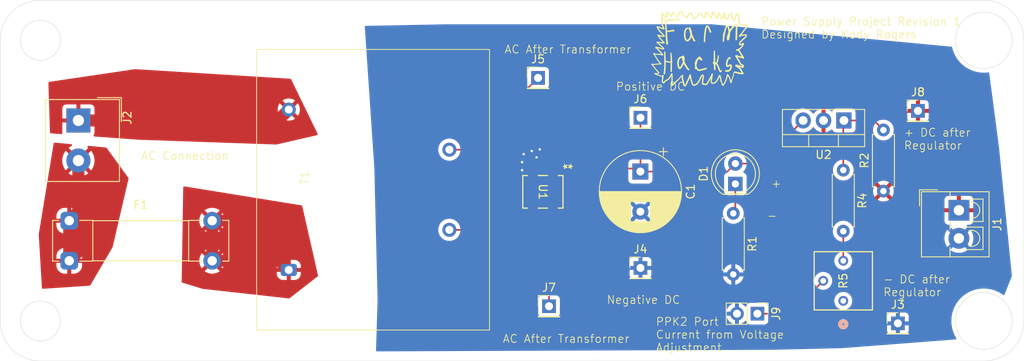
<source format=kicad_pcb>
(kicad_pcb (version 20240108) (generator "pcbnew") (generator_version "8.0")
  (layers (0 "F.Cu" signal) (31 "B.Cu" signal) (34 "B.Paste" user) (35 "F.Paste" user) (36 "B.SilkS" user "B.Silkscreen") (37 "F.SilkS" user "F.Silkscreen") (38 "B.Mask" user) (39 "F.Mask" user) (44 "Edge.Cuts" user))
  (net 0 "")
  (net 1 "GND")
  (net 2 "Net-(D1-A)")
  (net 3 "Net-(D1-K)")
  (net 4 "Net-(J5-Pin_1)")
  (net 5 "Net-(J7-Pin_1)")
  (net 6 "VAC")
  (net 7 "AC_2")
  (net 8 "Power_output")
  (net 9 "Net-(U2-ADJ)")
  (net 10 "Net-(R4-Pad2)")
  (net 11 "Net-(J9-Pin_1)")
  (net 13 "AC_3")
  (footprint "Resistor_THT:R_Axial_DIN0207_L6.3mm_D2.5mm_P7.62mm_Horizontal" (layer "F.Cu") (at 180 71.19 -90)
    (property "Reference" "R4" (at 3.81 -2.37 90) (layer "F.SilkS"))
    (property "Value" "2.2k")
    (pad "1" thru_hole circle (at 0 0 270) (size 1.6 1.6) (drill 0.8) (layers "*.Cu" "*.Mask") (net 9 "Net-(U2-ADJ)"))
    (pad "2" thru_hole oval (at 7.62 0 270) (size 1.6 1.6) (drill 0.8) (layers "*.Cu" "*.Mask") (net 10 "Net-(R4-Pad2)"))
  )
  (footprint "mb10s_rectifier:TO-269AA_3P8X4P75_DIO-L" (layer "F.Cu") (at 142.59 73.9 -90)
    (property "Reference" "U1" (at 0 0 -90) (layer "F.SilkS"))
    (property "Value" "MB10S-13")
    (fp_text user "*" (at -3.1623 -3.1042 -90) (layer "F.SilkS"))
    (fp_text user "*" (at -3.1623 -3.1042 90) (layer "F.SilkS"))
    (pad "1" smd rect (at -2.9083 -1.25 270) (size 1.4986 0.7112) (layers "F.Cu" "F.Paste" "F.Mask") (net 2 "Net-(D1-A)"))
    (pad "2" smd rect (at 2.9083 -1.25 270) (size 1.4986 0.7112) (layers "F.Cu" "F.Paste" "F.Mask") (net 4 "Net-(J5-Pin_1)"))
    (pad "3" smd rect (at -2.9083 1.25 270) (size 1.4986 0.7112) (layers "F.Cu" "F.Paste" "F.Mask") (net 1 "GND"))
    (pad "4" smd rect (at 2.9083 1.25 270) (size 1.4986 0.7112) (layers "F.Cu" "F.Paste" "F.Mask") (net 5 "Net-(J7-Pin_1)"))
  )
  (footprint "Package_TO_SOT_THT:TO-220-3_Vertical" (layer "F.Cu") (at 180.08 65 180)
    (property "Reference" "U2" (at 2.54 -4.27 0) (layer "F.SilkS"))
    (property "Value" "LM317_TO-220")
    (pad "1" thru_hole rect (at 0 0 180) (size 1.905 2) (drill 1.1) (layers "*.Cu" "*.Mask") (net 9 "Net-(U2-ADJ)"))
    (pad "2" thru_hole oval (at 2.54 0 180) (size 1.905 2) (drill 1.1) (layers "*.Cu" "*.Mask") (net 8 "Power_output"))
    (pad "3" thru_hole oval (at 5.08 0 180) (size 1.905 2) (drill 1.1) (layers "*.Cu" "*.Mask") (net 2 "Net-(D1-A)"))
  )
  (footprint "kody_custom:BV301S10010 Transformer" (layer "F.Cu") (at 105.94 71.14 90)
    (property "Reference" "T1" (at -1 7 90) (layer "F.SilkS") (effects (font (thickness 0.1))))
    (property "Value" "Transformer_1P_1S")
    (pad "1" thru_hole roundrect (at -12.5 5 90) (size 1.5 2) (drill 1) (layers "*.Cu" "*.Mask") (roundrect_rratio 0.2083333333) (net 13 "AC_3"))
    (pad "2" thru_hole circle (at 7.5 5 90) (size 1.75 1.75) (drill 1) (layers "*.Cu" "*.Mask") (net 7 "AC_2"))
    (pad "3" thru_hole circle (at -7.5 25 90) (size 1.75 1.75) (drill 1) (layers "*.Cu" "*.Mask") (net 5 "Net-(J7-Pin_1)"))
    (pad "4" thru_hole circle (at 2.5 25 90) (size 1.75 1.75) (drill 1) (layers "*.Cu" "*.Mask") (net 4 "Net-(J5-Pin_1)"))
  )
  (footprint "Connector_PinHeader_2.54mm:PinHeader_1x02_P2.54mm_Vertical" (layer "F.Cu") (at 169.3 89.1 -90)
    (property "Reference" "J9" (at 0 -2.33 90) (layer "F.SilkS"))
    (property "Value" "Conn_01x02_Pin" (hide yes))
    (pad "1" thru_hole rect (at 0 0 270) (size 1.7 1.7) (drill 1) (layers "*.Cu" "*.Mask") (net 11 "Net-(J9-Pin_1)"))
    (pad "2" thru_hole oval (at 0 2.54 270) (size 1.7 1.7) (drill 1) (layers "*.Cu" "*.Mask") (net 1 "GND"))
  )
  (footprint "Connector_PinHeader_2.54mm:PinHeader_1x01_P2.54mm_Vertical" (layer "F.Cu") (at 141.99 59.69)
    (property "Reference" "J5" (at 0 -2.33 0) (layer "F.SilkS"))
    (property "Value" "Conn_01x01_Pin")
    (pad "1" thru_hole rect (at 0 0) (size 1.7 1.7) (drill 1) (layers "*.Cu" "*.Mask") (net 4 "Net-(J5-Pin_1)"))
  )
  (footprint "Connector_PinHeader_2.54mm:PinHeader_1x01_P2.54mm_Vertical" (layer "F.Cu") (at 186.8 90.3)
    (property "Reference" "J3" (at 0 -2.33 0) (layer "F.SilkS"))
    (property "Value" "Conn_01x01_Pin" (hide yes))
    (pad "1" thru_hole rect (at 0 0) (size 1.7 1.7) (drill 1) (layers "*.Cu" "*.Mask") (net 1 "GND"))
  )
  (footprint "Capacitor_THT:CP_Radial_D10.0mm_P5.00mm" (layer "F.Cu") (at 154.73 71.37 -90)
    (property "Reference" "C1" (at 2.5 -6.25 90) (layer "F.SilkS"))
    (property "Value" "1000uF")
    (pad "1" thru_hole rect (at 0 0 270) (size 2 2) (drill 1) (layers "*.Cu" "*.Mask") (net 2 "Net-(D1-A)"))
    (pad "2" thru_hole circle (at 5 0 270) (size 2 2) (drill 1) (layers "*.Cu" "*.Mask") (net 1 "GND"))
  )
  (footprint "kicad_libraries:farm_hacks" (layer "F.Cu") (at 162.425 56.6)
    (property "Reference" "G***" (hide yes))
    (property "Value" "LOGO" (hide yes))
  )
  (footprint "Connector_PinHeader_2.54mm:PinHeader_1x01_P2.54mm_Vertical" (layer "F.Cu") (at 154.74 64.66)
    (property "Reference" "J6" (at 0 -2.33 0) (layer "F.SilkS"))
    (property "Value" "Conn_01x01_Pin")
    (pad "1" thru_hole rect (at 0 0) (size 1.7 1.7) (drill 1) (layers "*.Cu" "*.Mask") (net 2 "Net-(D1-A)"))
  )
  (footprint "Connector_PinHeader_2.54mm:PinHeader_1x01_P2.54mm_Vertical" (layer "F.Cu") (at 189.3 63.8)
    (property "Reference" "J8" (at 0 -2.33 0) (layer "F.SilkS"))
    (property "Value" "Conn_01x01_Pin" (hide yes))
    (pad "1" thru_hole rect (at 0 0) (size 1.7 1.7) (drill 1) (layers "*.Cu" "*.Mask") (net 8 "Power_output"))
  )
  (footprint "LED_THT:LED_D5.0mm" (layer "F.Cu") (at 166.56 72.915 90)
    (property "Reference" "D1" (at 1.27 -3.96 90) (layer "F.SilkS"))
    (property "Value" "LED")
    (pad "1" thru_hole rect (at 0 0 90) (size 1.8 1.8) (drill 0.9) (layers "*.Cu" "*.Mask") (net 3 "Net-(D1-K)"))
    (pad "2" thru_hole circle (at 2.54 0 90) (size 1.8 1.8) (drill 0.9) (layers "*.Cu" "*.Mask") (net 2 "Net-(D1-A)"))
  )
  (footprint "Connector_PinHeader_2.54mm:PinHeader_1x01_P2.54mm_Vertical" (layer "F.Cu") (at 143.35 88.17)
    (property "Reference" "J7" (at 0 -2.33 0) (layer "F.SilkS"))
    (property "Value" "Conn_01x01_Pin")
    (pad "1" thru_hole rect (at 0 0) (size 1.7 1.7) (drill 1) (layers "*.Cu" "*.Mask") (net 5 "Net-(J7-Pin_1)"))
  )
  (footprint "TerminalBlock_Altech:Altech_AK100_1x02_P5.00mm" (layer "F.Cu") (at 84.74 65 -90)
    (property "Reference" "J2" (at -0.35 -6.09 90) (layer "F.SilkS"))
    (property "Value" "Screw_Terminal_01x02")
    (pad "1" thru_hole rect (at 0 0 270) (size 3 3) (drill 1.4) (layers "*.Cu" "*.Mask") (net 7 "AC_2"))
    (pad "2" thru_hole circle (at 5 0 270) (size 3 3) (drill 1.4) (layers "*.Cu" "*.Mask") (net 6 "VAC"))
  )
  (footprint "Fuse:Fuseholder_Clip-5x20mm_Bel_FC-203-22_Lateral_P17.80x5.00mm_D1.17mm_Horizontal" (layer "F.Cu") (at 83.6 77.5)
    (property "Reference" "F1" (at 8.9 -2 0) (layer "F.SilkS"))
    (property "Value" "Fuse")
    (pad "1" thru_hole roundrect (at 0 0) (size 2.2 2.2) (drill 1.17) (layers "*.Cu" "*.Mask") (net 6 "VAC"))
    (pad "1" thru_hole roundrect (at 0 5) (size 2.2 2.2) (drill 1.17) (layers "*.Cu" "*.Mask") (net 6 "VAC"))
    (pad "2" thru_hole circle (at 17.8 0) (size 2.2 2.2) (drill 1.17) (layers "*.Cu" "*.Mask") (net 13 "AC_3"))
    (pad "2" thru_hole circle (at 17.8 5) (size 2.2 2.2) (drill 1.17) (layers "*.Cu" "*.Mask") (net 13 "AC_3"))
  )
  (footprint "Resistor_THT:R_Axial_DIN0207_L6.3mm_D2.5mm_P7.62mm_Horizontal" (layer "F.Cu") (at 166.3 76.58 -90)
    (property "Reference" "R1" (at 3.81 -2.37 -90) (layer "F.SilkS"))
    (property "Value" "3.6k")
    (pad "1" thru_hole circle (at 0 0 270) (size 1.6 1.6) (drill 0.8) (layers "*.Cu" "*.Mask") (net 3 "Net-(D1-K)"))
    (pad "2" thru_hole oval (at 7.62 0 270) (size 1.6 1.6) (drill 0.8) (layers "*.Cu" "*.Mask") (net 1 "GND"))
  )
  (footprint "kody_custom:POT_CT-6EP103_NDC" (layer "F.Cu") (at 180 87.5 90)
    (property "Reference" "R5" (at 2.5 0 90) (layer "F.SilkS"))
    (property "Value" "CT-6EP103")
    (pad "1" thru_hole circle (at 0 0 90) (size 1.2192 1.2192) (drill 0.7112) (layers "*.Cu" "*.Mask"))
    (pad "2" thru_hole circle (at 2.5 -2.5 90) (size 1.2192 1.2192) (drill 0.7112) (layers "*.Cu" "*.Mask") (net 11 "Net-(J9-Pin_1)"))
    (pad "3" thru_hole circle (at 5 0 90) (size 1.2192 1.2192) (drill 0.7112) (layers "*.Cu" "*.Mask") (net 10 "Net-(R4-Pad2)"))
  )
  (footprint "Resistor_THT:R_Axial_DIN0207_L6.3mm_D2.5mm_P7.62mm_Horizontal" (layer "F.Cu") (at 185 73.81 90)
    (property "Reference" "R2" (at 3.81 -2.37 90) (layer "F.SilkS"))
    (property "Value" "2k")
    (pad "1" thru_hole circle (at 0 0 90) (size 1.6 1.6) (drill 0.8) (layers "*.Cu" "*.Mask") (net 8 "Power_output"))
    (pad "2" thru_hole oval (at 7.62 0 90) (size 1.6 1.6) (drill 0.8) (layers "*.Cu" "*.Mask") (net 9 "Net-(U2-ADJ)"))
  )
  (footprint "TerminalBlock_4Ucon:TerminalBlock_4Ucon_1x02_P3.50mm_Vertical" (layer "F.Cu") (at 194.4 76.2 -90)
    (property "Reference" "J1" (at 1.75 -4.76 90) (layer "F.SilkS"))
    (property "Value" "Screw_Terminal_01x02" (hide yes))
    (pad "1" thru_hole rect (at 0 0 270) (size 2.6 2.6) (drill 1.3) (layers "*.Cu" "*.Mask") (net 8 "Power_output"))
    (pad "2" thru_hole circle (at 3.5 0 270) (size 2.6 2.6) (drill 1.3) (layers "*.Cu" "*.Mask") (net 1 "GND"))
  )
  (footprint "Connector_PinHeader_2.54mm:PinHeader_1x01_P2.54mm_Vertical" (layer "F.Cu") (at 154.74 83.39)
    (property "Reference" "J4" (at 0 -2.33 0) (layer "F.SilkS"))
    (property "Value" "Conn_01x01_Pin")
    (pad "1" thru_hole rect (at 0 0) (size 1.7 1.7) (drill 1) (layers "*.Cu" "*.Mask") (net 1 "GND"))
  )
  (gr_arc (start 80 95) (mid 76.464466 93.535534) (end 75 90) (stroke (width 0.05)) (layer "Edge.Cuts"))
  (gr_line (start 80 50) (end 197.5 50) (stroke (width 0.05)) (layer "Edge.Cuts"))
  (gr_line (start 75 90) (end 75 55) (stroke (width 0.05)) (layer "Edge.Cuts"))
  (gr_circle (center 80 90) (end 80 92.5) (stroke (width 0.05)) (fill none) (layer "Edge.Cuts"))
  (gr_circle (center 197.5 55) (end 200 52.5) (stroke (width 0.05)) (fill none) (layer "Edge.Cuts"))
  (gr_line (start 80 95) (end 197.5 95) (stroke (width 0.05)) (layer "Edge.Cuts"))
  (gr_arc (start 75 55) (mid 76.464466 51.464466) (end 80 50) (stroke (width 0.05)) (layer "Edge.Cuts"))
  (gr_arc (start 197.5 50) (mid 201.035534 51.464466) (end 202.5 55) (stroke (width 0.05)) (layer "Edge.Cuts"))
  (gr_circle (center 80 55) (end 77.5 55) (stroke (width 0.05)) (fill none) (layer "Edge.Cuts"))
  (gr_arc (start 202.5 90) (mid 201.035534 93.535534) (end 197.5 95) (stroke (width 0.05)) (layer "Edge.Cuts"))
  (gr_circle (center 197.5 90) (end 200 92.5) (stroke (width 0.05)) (fill none) (layer "Edge.Cuts"))
  (gr_line (start 202.5 55) (end 202.5 90) (stroke (width 0.05)) (layer "Edge.Cuts"))
  (gr_text "Power Supply Project Revision 1\nDesigned by Kody Rogers" (at 169.722502 54.853373 0) (layer "F.SilkS") (effects (font (size 1 1) (thickness 0.1)) (justify left bottom)))
  (gr_text "AC After Transformer" (at 137.76 56.72 0) (layer "F.SilkS") (effects (font (size 1 1) (thickness 0.1)) (justify left bottom)))
  (gr_text "Negative DC" (at 150.48 87.95 0) (layer "F.SilkS") (effects (font (size 1 1) (thickness 0.1)) (justify left bottom)))
  (gr_text "-" (at 170.46 77.46 0) (layer "F.SilkS") (effects (font (size 1 1) (thickness 0.1)) (justify left bottom)))
  (gr_text "PPK2 Port\nCurrent from Voltage \nAdjustment" (at 156.6 93.9 0) (layer "F.SilkS") (effects (font (size 1 1) (thickness 0.1)) (justify left bottom)))
  (gr_text "- DC after\nRegulator" (at 184.925 87 0) (layer "F.SilkS") (effects (font (size 1 1) (thickness 0.1)) (justify left bottom)))
  (gr_text "+" (at 170.97 73.45 0) (layer "F.SilkS") (effects (font (size 1 1) (thickness 0.1)) (justify left bottom)))
  (gr_text "AC After Transformer" (at 137.53 92.81 0) (layer "F.SilkS") (effects (font (size 1 1) (thickness 0.1)) (justify left bottom)))
  (gr_text "AC Connection" (at 92.5 70 0) (layer "F.SilkS") (effects (font (size 1 1) (thickness 0.1)) (justify left bottom)))
  (gr_text "+ DC after\nRegulator" (at 187.5 68.7 0) (layer "F.SilkS") (effects (font (size 1 1) (thickness 0.1)) (justify left bottom)))
  (gr_text "Positive DC" (at 151.62 61.35 0) (layer "F.SilkS") (effects (font (size 1 1) (thickness 0.1)) (justify left bottom)))
  (via (at 140.2 69.2) (size 0.6) (drill 0.3) (layers "F.Cu" "B.Cu") (net 1))
  (via (at 140 71.2) (size 0.6) (drill 0.3) (layers "F.Cu" "B.Cu") (net 1))
  (via (at 141.8 69.6) (size 0.6) (drill 0.3) (layers "F.Cu" "B.Cu") (net 1))
  (via (at 140 70.2) (size 0.6) (drill 0.3) (layers "F.Cu" "B.Cu") (net 1))
  (via (at 142.2 68.6) (size 0.6) (drill 0.3) (layers "F.Cu" "B.Cu") (net 1))
  (via (at 141.2 68.8) (size 0.6) (drill 0.3) (layers "F.Cu" "B.Cu") (net 1))
  (segment (start 154.74 71.36) (end 154.73 71.37) (width 0.2) (layer "F.Cu") (net 2))
  (segment (start 154.73 71.37) (end 165.565 71.37) (width 0.2) (layer "F.Cu") (net 2))
  (segment (start 143.84 70.9917) (end 154.3517 70.9917) (width 0.2) (layer "F.Cu") (net 2))
  (segment (start 166.56 70.375) (end 169.625 70.375) (width 0.2) (layer "F.Cu") (net 2))
  (segment (start 165.565 71.37) (end 166.56 70.375) (width 0.2) (layer "F.Cu") (net 2))
  (segment (start 169.625 70.375) (end 175 65) (width 0.2) (layer "F.Cu") (net 2))
  (segment (start 154.3517 70.9917) (end 154.73 71.37) (width 0.2) (layer "F.Cu") (net 2))
  (segment (start 154.74 64.66) (end 154.74 71.36) (width 0.2) (layer "F.Cu") (net 2))
  (segment (start 166.56 76.32) (end 166.3 76.58) (width 0.2) (layer "F.Cu") (net 3))
  (segment (start 166.56 72.915) (end 166.56 76.32) (width 0.2) (layer "F.Cu") (net 3))
  (segment (start 135.6717 68.64) (end 143.84 76.8083) (width 0.2) (layer "F.Cu") (net 4))
  (segment (start 130.94 68.64) (end 133.04 68.64) (width 0.2) (layer "F.Cu") (net 4))
  (segment (start 133.04 68.64) (end 141.99 59.69) (width 0.2) (layer "F.Cu") (net 4))
  (segment (start 130.94 68.64) (end 135.6717 68.64) (width 0.2) (layer "F.Cu") (net 4))
  (segment (start 143.35 78.8183) (end 141.34 76.8083) (width 0.2) (layer "F.Cu") (net 5))
  (segment (start 130.94 78.64) (end 139.5083 78.64) (width 0.2) (layer "F.Cu") (net 5))
  (segment (start 139.5083 78.64) (end 141.34 76.8083) (width 0.2) (layer "F.Cu") (net 5))
  (segment (start 143.35 88.17) (end 143.35 78.8183) (width 0.2) (layer "F.Cu") (net 5))
  (segment (start 84.74 81.36) (end 83.6 82.5) (width 1.5) (layer "F.Cu") (net 6))
  (segment (start 84.74 70) (end 84.74 81.36) (width 1.5) (layer "F.Cu") (net 6))
  (segment (start 83.6 77.5) (end 83.6 82.5) (width 1.5) (layer "F.Cu") (net 6))
  (segment (start 84.74 76.36) (end 83.6 77.5) (width 1.5) (layer "F.Cu") (net 6))
  (segment (start 84.74 70) (end 84.74 76.36) (width 1.5) (layer "F.Cu") (net 6))
  (segment (start 84.74 65) (end 109.58 65) (width 1.5) (layer "F.Cu") (net 7))
  (segment (start 109.58 65) (end 110.94 63.64) (width 1.5) (layer "F.Cu") (net 7))
  (segment (start 180 65.08) (end 180.08 65) (width 0.2) (layer "F.Cu") (net 9))
  (segment (start 183.81 65) (end 185 66.19) (width 0.2) (layer "F.Cu") (net 9))
  (segment (start 180.08 65) (end 183.81 65) (width 0.2) (layer "F.Cu") (net 9))
  (segment (start 180 71.19) (end 180 65.08) (width 0.2) (layer "F.Cu") (net 9))
  (segment (start 180 78.81) (end 180 82.5) (width 0.2) (layer "F.Cu") (net 10))
  (segment (start 177.5 85) (end 173.4 89.1) (width 0.2) (layer "F.Cu") (net 11))
  (segment (start 173.4 89.1) (end 169.3 89.1) (width 0.2) (layer "F.Cu") (net 11))
  (segment (start 101.4 77.5) (end 104.8 77.5) (width 1.5) (layer "F.Cu") (net 13))
  (segment (start 101.4 77.5) (end 101.4 82.5) (width 1.5) (layer "F.Cu") (net 13))
  (segment (start 104.8 77.5) (end 110.94 83.64) (width 1.5) (layer "F.Cu") (net 13))
  (segment (start 101.4 82.5) (end 109.8 82.5) (width 1.5) (layer "F.Cu") (net 13))
  (segment (start 109.8 82.5) (end 110.94 83.64) (width 1.5) (layer "F.Cu") (net 13))
  (zone (net 1) (net_name "GND") (layer "F.Cu") (priority 2) (connect_pads (clearance 0.5)) (min_thickness 0.25) (fill yes (thermal_gap 0.5) (thermal_bridge_width 0.5))
    (polygon (pts (xy 142.6 68) (xy 139.4 68.2) (xy 139 69.6) (xy 139.2 71.2) (xy 139.8 72) (xy 141.4 72.4) (xy 142.6 72.2) (xy 142.6 71) (xy 142.8 69.6)))
  )
  (zone (net 7) (net_name "AC_2") (layer "F.Cu") (priority 5) (connect_pads (clearance 0.5)) (min_thickness 0.25) (fill yes (thermal_gap 0.5) (thermal_bridge_width 0.5))
    (polygon (pts (xy 111.2 59.8) (xy 91.8 58.6) (xy 81 60.2) (xy 81.2 66.6) (xy 92.2 67.4) (xy 109.4 68) (xy 114.6 66.8)))
  )
  (zone (net 13) (net_name "AC_3") (layer "F.Cu") (priority 3) (connect_pads (clearance 0.5)) (min_thickness 0.25) (fill yes (thermal_gap 0.5) (thermal_bridge_width 0.5))
    (polygon (pts (xy 97.6 85.2) (xy 97.8 73.2) (xy 112.6 75.6) (xy 114.6 84.4) (xy 111 87.2) (xy 100.2 86)))
  )
  (zone (net 8) (net_name "Power_output") (layer "F.Cu") (connect_pads (clearance 0.5)) (min_thickness 0.25) (fill yes (thermal_gap 0.5) (thermal_bridge_width 0.5))
    (polygon (pts (xy 174.5 60.6) (xy 194 60.2) (xy 197 76.9) (xy 196.4 78.3) (xy 192.4 77.9) (xy 176.5 76.4)))
  )
  (zone (net 6) (net_name "VAC") (layer "F.Cu") (priority 4) (connect_pads (clearance 0.5)) (min_thickness 0.25) (fill yes (thermal_gap 0.5) (thermal_bridge_width 0.5))
    (polygon (pts (xy 81.675 67.75) (xy 88.225 68.375) (xy 91 72.2) (xy 89 80.8) (xy 86.2 85.6) (xy 80.2 86) (xy 79.8 79.2)))
  )
  (zone (net 1) (net_name "GND") (layer "B.Cu") (priority 1) (connect_pads (clearance 0.5)) (min_thickness 0.25) (fill yes (thermal_gap 0.5) (thermal_bridge_width 0.5))
    (polygon (pts (xy 179.8 93.4) (xy 198 92) (xy 201 84.4) (xy 199.4 68.4) (xy 197.8 56.2) (xy 163.6 53) (xy 130.8 53) (xy 120.4 53.2) (xy 121.6 71) (xy 122 87.4) (xy 121.8 93.8) (xy 171.2 93.6)))
  )
)
</source>
